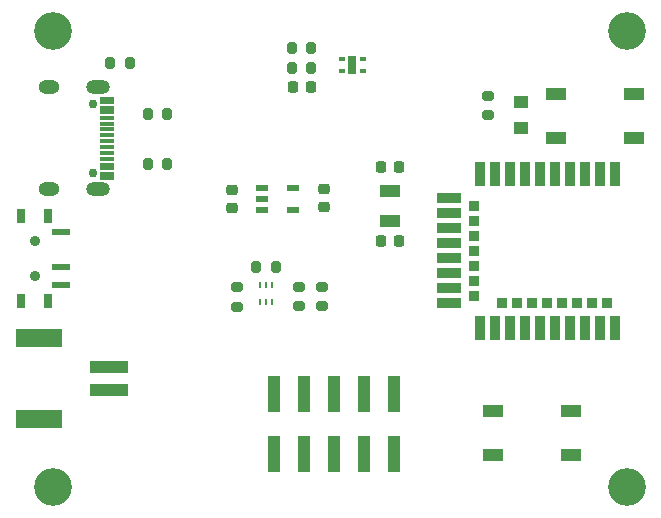
<source format=gbr>
%TF.GenerationSoftware,KiCad,Pcbnew,6.0.11-2627ca5db0~126~ubuntu22.04.1*%
%TF.CreationDate,2023-08-27T22:06:58+02:00*%
%TF.ProjectId,E73-2G4M08S1C-52840,4537332d-3247-4344-9d30-385331432d35,rev?*%
%TF.SameCoordinates,Original*%
%TF.FileFunction,Soldermask,Top*%
%TF.FilePolarity,Negative*%
%FSLAX46Y46*%
G04 Gerber Fmt 4.6, Leading zero omitted, Abs format (unit mm)*
G04 Created by KiCad (PCBNEW 6.0.11-2627ca5db0~126~ubuntu22.04.1) date 2023-08-27 22:06:58*
%MOMM*%
%LPD*%
G01*
G04 APERTURE LIST*
G04 Aperture macros list*
%AMRoundRect*
0 Rectangle with rounded corners*
0 $1 Rounding radius*
0 $2 $3 $4 $5 $6 $7 $8 $9 X,Y pos of 4 corners*
0 Add a 4 corners polygon primitive as box body*
4,1,4,$2,$3,$4,$5,$6,$7,$8,$9,$2,$3,0*
0 Add four circle primitives for the rounded corners*
1,1,$1+$1,$2,$3*
1,1,$1+$1,$4,$5*
1,1,$1+$1,$6,$7*
1,1,$1+$1,$8,$9*
0 Add four rect primitives between the rounded corners*
20,1,$1+$1,$2,$3,$4,$5,0*
20,1,$1+$1,$4,$5,$6,$7,0*
20,1,$1+$1,$6,$7,$8,$9,0*
20,1,$1+$1,$8,$9,$2,$3,0*%
G04 Aperture macros list end*
%ADD10C,0.900000*%
%ADD11R,1.520000X0.600000*%
%ADD12R,0.700000X1.200000*%
%ADD13C,0.750000*%
%ADD14O,2.000000X1.200000*%
%ADD15O,1.800000X1.200000*%
%ADD16R,1.300000X0.300000*%
%ADD17RoundRect,0.200000X-0.275000X0.200000X-0.275000X-0.200000X0.275000X-0.200000X0.275000X0.200000X0*%
%ADD18C,3.200000*%
%ADD19R,0.550000X0.350000*%
%ADD20R,0.700000X1.600000*%
%ADD21R,0.280000X0.550000*%
%ADD22RoundRect,0.200000X-0.200000X-0.275000X0.200000X-0.275000X0.200000X0.275000X-0.200000X0.275000X0*%
%ADD23RoundRect,0.200000X0.275000X-0.200000X0.275000X0.200000X-0.275000X0.200000X-0.275000X-0.200000X0*%
%ADD24R,1.000000X0.600000*%
%ADD25RoundRect,0.225000X-0.225000X-0.250000X0.225000X-0.250000X0.225000X0.250000X-0.225000X0.250000X0*%
%ADD26R,1.700000X1.000000*%
%ADD27RoundRect,0.225000X-0.250000X0.225000X-0.250000X-0.225000X0.250000X-0.225000X0.250000X0.225000X0*%
%ADD28R,1.250000X1.000000*%
%ADD29R,1.700000X1.050000*%
%ADD30R,0.900000X2.000000*%
%ADD31R,2.000000X0.900000*%
%ADD32R,0.900000X0.900000*%
%ADD33R,3.250000X1.000000*%
%ADD34R,4.000000X1.500000*%
%ADD35R,1.000000X3.150000*%
%ADD36RoundRect,0.225000X0.250000X-0.225000X0.250000X0.225000X-0.250000X0.225000X-0.250000X-0.225000X0*%
G04 APERTURE END LIST*
D10*
%TO.C,SW3*%
X1647500Y-20965000D03*
X1647500Y-23965000D03*
D11*
X3897500Y-20215000D03*
X3897500Y-23215000D03*
X3897500Y-24715000D03*
D12*
X497500Y-26065000D03*
X2797500Y-26065000D03*
X2797500Y-18865000D03*
X497500Y-18865000D03*
%TD*%
D13*
%TO.C,USBC1*%
X6562500Y-15200000D03*
X6562500Y-9400000D03*
D14*
X7062500Y-7970000D03*
X7062500Y-16630000D03*
D15*
X2882500Y-16630000D03*
X2882500Y-7970000D03*
D16*
X7822500Y-8950000D03*
X7822500Y-9750000D03*
X7822500Y-11050000D03*
X7822500Y-12050000D03*
X7822500Y-12550000D03*
X7822500Y-13550000D03*
X7822500Y-14850000D03*
X7822500Y-15650000D03*
X7822500Y-15350000D03*
X7822500Y-14550000D03*
X7822500Y-14050000D03*
X7822500Y-13050000D03*
X7822500Y-11550000D03*
X7822500Y-10550000D03*
X7822500Y-10050000D03*
X7822500Y-9250000D03*
%TD*%
D17*
%TO.C,R9*%
X26000000Y-24850000D03*
X26000000Y-26500000D03*
%TD*%
D18*
%TO.C,H1*%
X3200000Y-3200000D03*
%TD*%
%TO.C,H4*%
X3200000Y-41800000D03*
%TD*%
D19*
%TO.C,U3*%
X29481000Y-6567500D03*
X29481000Y-5567500D03*
X27641000Y-5567500D03*
X27641000Y-6567500D03*
D20*
X28561000Y-6067500D03*
%TD*%
D18*
%TO.C,H2*%
X51800000Y-3200000D03*
%TD*%
D21*
%TO.C,Q1*%
X20750000Y-26145000D03*
X21250000Y-26145000D03*
X21750000Y-26145000D03*
X21750000Y-24705000D03*
X21250000Y-24705000D03*
X20750000Y-24705000D03*
%TD*%
D17*
%TO.C,R4*%
X40020000Y-8700000D03*
X40020000Y-10350000D03*
%TD*%
D22*
%TO.C,R1*%
X11217500Y-10272500D03*
X12867500Y-10272500D03*
%TD*%
D23*
%TO.C,R3*%
X18750000Y-26575000D03*
X18750000Y-24925000D03*
%TD*%
D24*
%TO.C,LDO1*%
X20900000Y-16500000D03*
X20900000Y-17450000D03*
X20900000Y-18400000D03*
X23500000Y-18400000D03*
X23500000Y-16500000D03*
%TD*%
D22*
%TO.C,R10*%
X20425000Y-23175000D03*
X22075000Y-23175000D03*
%TD*%
D18*
%TO.C,H3*%
X51800000Y-41800000D03*
%TD*%
D25*
%TO.C,C5*%
X30975000Y-21000000D03*
X32525000Y-21000000D03*
%TD*%
%TO.C,C3*%
X23495580Y-7985000D03*
X25045580Y-7985000D03*
%TD*%
D26*
%TO.C,SW1*%
X45835000Y-8550000D03*
X52435000Y-8550000D03*
X45835000Y-12250000D03*
X52435000Y-12250000D03*
%TD*%
D22*
%TO.C,R8*%
X8042500Y-5955000D03*
X9692500Y-5955000D03*
%TD*%
%TO.C,R6*%
X23428838Y-4685000D03*
X25078838Y-4685000D03*
%TD*%
D26*
%TO.C,RESET1*%
X40450000Y-35400000D03*
X47050000Y-35400000D03*
X40450000Y-39100000D03*
X47050000Y-39100000D03*
%TD*%
D22*
%TO.C,R2*%
X11217500Y-14492500D03*
X12867500Y-14492500D03*
%TD*%
D27*
%TO.C,C1*%
X18390000Y-16675000D03*
X18390000Y-18225000D03*
%TD*%
D23*
%TO.C,R7*%
X24000000Y-26500000D03*
X24000000Y-24850000D03*
%TD*%
D28*
%TO.C,LED1*%
X42820000Y-11450000D03*
X42820000Y-9250000D03*
%TD*%
D22*
%TO.C,R5*%
X23445580Y-6336000D03*
X25095580Y-6336000D03*
%TD*%
D29*
%TO.C,X2*%
X31750000Y-16730000D03*
X31750000Y-19270000D03*
%TD*%
D30*
%TO.C,U1*%
X50770000Y-15330000D03*
X49500000Y-15330000D03*
X48260000Y-15330000D03*
X46960000Y-15330000D03*
X45690000Y-15330000D03*
X44420000Y-15330000D03*
X43150000Y-15330000D03*
X41880000Y-15330000D03*
X40610000Y-15330000D03*
X39340000Y-15330000D03*
D31*
X36750000Y-17380000D03*
D32*
X38850000Y-18020000D03*
D31*
X36750000Y-18660000D03*
D32*
X38850000Y-19290000D03*
D31*
X36750000Y-19930000D03*
D32*
X38850000Y-20560000D03*
D31*
X36750000Y-21200000D03*
D32*
X38850000Y-21830000D03*
D31*
X36750000Y-22460000D03*
D32*
X38850000Y-23100000D03*
D31*
X36750000Y-23730000D03*
D32*
X38850000Y-24370000D03*
D31*
X36750000Y-25000000D03*
D32*
X38850000Y-25640000D03*
D31*
X36750000Y-26280000D03*
D30*
X39340000Y-28330000D03*
X40610000Y-28330000D03*
D32*
X41250000Y-26240000D03*
D30*
X41880000Y-28330000D03*
D32*
X42520000Y-26240000D03*
D30*
X43150000Y-28330000D03*
D32*
X43790000Y-26240000D03*
D30*
X44420000Y-28330000D03*
D32*
X45060000Y-26240000D03*
D30*
X45690000Y-28330000D03*
D32*
X46330000Y-26240000D03*
D30*
X46960000Y-28330000D03*
D32*
X47600000Y-26240000D03*
D30*
X48230000Y-28330000D03*
D32*
X48870000Y-26240000D03*
D30*
X49500000Y-28330000D03*
D32*
X50140000Y-26230000D03*
D30*
X50770000Y-28330000D03*
%TD*%
D33*
%TO.C,X1*%
X7940000Y-33625000D03*
X7940000Y-31625000D03*
D34*
X2060000Y-29215000D03*
X2060000Y-36035000D03*
%TD*%
D35*
%TO.C,J2*%
X21920000Y-39025000D03*
X21920000Y-33975000D03*
X24460000Y-39025000D03*
X24460000Y-33975000D03*
X27000000Y-39025000D03*
X27000000Y-33975000D03*
X29540000Y-39025000D03*
X29540000Y-33975000D03*
X32080000Y-39025000D03*
X32080000Y-33975000D03*
%TD*%
D25*
%TO.C,C4*%
X30950000Y-14750000D03*
X32500000Y-14750000D03*
%TD*%
D36*
%TO.C,C2*%
X26117500Y-18145000D03*
X26117500Y-16595000D03*
%TD*%
M02*

</source>
